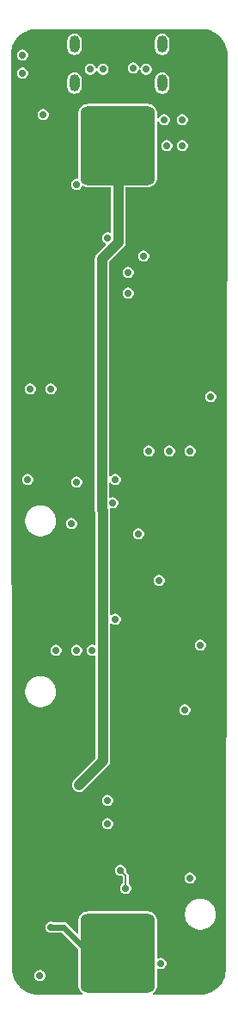
<source format=gbr>
%TF.GenerationSoftware,KiCad,Pcbnew,9.0.3*%
%TF.CreationDate,2025-09-26T00:40:55-04:00*%
%TF.ProjectId,Photon,50686f74-6f6e-42e6-9b69-6361645f7063,1.3*%
%TF.SameCoordinates,Original*%
%TF.FileFunction,Copper,L4,Bot*%
%TF.FilePolarity,Positive*%
%FSLAX46Y46*%
G04 Gerber Fmt 4.6, Leading zero omitted, Abs format (unit mm)*
G04 Created by KiCad (PCBNEW 9.0.3) date 2025-09-26 00:40:55*
%MOMM*%
%LPD*%
G01*
G04 APERTURE LIST*
G04 Aperture macros list*
%AMRoundRect*
0 Rectangle with rounded corners*
0 $1 Rounding radius*
0 $2 $3 $4 $5 $6 $7 $8 $9 X,Y pos of 4 corners*
0 Add a 4 corners polygon primitive as box body*
4,1,4,$2,$3,$4,$5,$6,$7,$8,$9,$2,$3,0*
0 Add four circle primitives for the rounded corners*
1,1,$1+$1,$2,$3*
1,1,$1+$1,$4,$5*
1,1,$1+$1,$6,$7*
1,1,$1+$1,$8,$9*
0 Add four rect primitives between the rounded corners*
20,1,$1+$1,$2,$3,$4,$5,0*
20,1,$1+$1,$4,$5,$6,$7,0*
20,1,$1+$1,$6,$7,$8,$9,0*
20,1,$1+$1,$8,$9,$2,$3,0*%
G04 Aperture macros list end*
%TA.AperFunction,HeatsinkPad*%
%ADD10O,1.000000X1.700000*%
%TD*%
%TA.AperFunction,SMDPad,CuDef*%
%ADD11RoundRect,0.735000X-2.940000X3.150000X-2.940000X-3.150000X2.940000X-3.150000X2.940000X3.150000X0*%
%TD*%
%TA.AperFunction,ViaPad*%
%ADD12C,0.700000*%
%TD*%
%TA.AperFunction,Conductor*%
%ADD13C,0.200000*%
%TD*%
%TA.AperFunction,Conductor*%
%ADD14C,0.600000*%
%TD*%
%TA.AperFunction,Conductor*%
%ADD15C,1.000000*%
%TD*%
G04 APERTURE END LIST*
D10*
%TO.P,J1,S1,SHIELD*%
%TO.N,GND*%
X57198800Y-25860000D03*
X57198800Y-22060000D03*
X48558800Y-25860000D03*
X48558800Y-22060000D03*
%TD*%
D11*
%TO.P,BT1,1,+*%
%TO.N,/Bat+*%
X52832000Y-32004000D03*
%TO.P,BT1,2,-*%
%TO.N,/BAT_SAF_OUT*%
X52832000Y-111252000D03*
%TD*%
D12*
%TO.N,GND*%
X46736000Y-81534000D03*
X55626000Y-24526000D03*
X52324000Y-67056000D03*
X61976000Y-56642000D03*
X43434000Y-23114000D03*
X59182000Y-29464000D03*
X56896000Y-74676000D03*
X57658000Y-32004000D03*
X50128800Y-24526000D03*
X43434000Y-24892000D03*
X54864000Y-70104000D03*
X59436000Y-87376000D03*
X52578000Y-64770000D03*
X55372000Y-42863000D03*
X60960000Y-81026000D03*
X57057000Y-112268000D03*
X44196000Y-55880000D03*
X50292000Y-81534000D03*
X46228000Y-55880000D03*
X59944000Y-103886000D03*
X59182000Y-32004000D03*
X43942000Y-64770000D03*
X45466000Y-28956000D03*
%TO.N,PACK+*%
X48006000Y-28702000D03*
X57658000Y-35306000D03*
X50038000Y-95504000D03*
X48768000Y-63500000D03*
%TO.N,+3V3*%
X55880000Y-61976000D03*
X48768000Y-65024000D03*
X57912000Y-61976000D03*
X53848000Y-46482000D03*
X59944000Y-61976000D03*
X48260000Y-69088000D03*
X45149000Y-113475000D03*
X51816000Y-96266000D03*
X51816000Y-98552000D03*
X52578000Y-78486000D03*
X53848000Y-44450000D03*
X48768000Y-81534000D03*
%TO.N,5V*%
X48768000Y-35814000D03*
X51358800Y-24526000D03*
X54356000Y-24384000D03*
X57404000Y-29464000D03*
X51816000Y-41085000D03*
%TO.N,/BAT_SAF_OUT*%
X46228000Y-108712000D03*
%TO.N,/VM*%
X53086000Y-103124000D03*
X53594000Y-104902000D03*
%TO.N,/Bat+*%
X49022000Y-94742000D03*
%TD*%
D13*
%TO.N,/VM*%
X53594000Y-103632000D02*
X53594000Y-104902000D01*
X53086000Y-103124000D02*
X53594000Y-103632000D01*
D14*
%TO.N,/BAT_SAF_OUT*%
X47498000Y-108712000D02*
X50038000Y-111252000D01*
X46228000Y-108712000D02*
X47498000Y-108712000D01*
X50038000Y-111252000D02*
X52832000Y-111252000D01*
D15*
%TO.N,/Bat+*%
X51343000Y-92421000D02*
X51343000Y-67852999D01*
X51343000Y-67852999D02*
X51273000Y-67782999D01*
X52867000Y-32039000D02*
X52832000Y-32004000D01*
X49022000Y-94742000D02*
X51343000Y-92421000D01*
X51273000Y-67782999D02*
X51273000Y-43114339D01*
X52867000Y-41520339D02*
X52867000Y-32039000D01*
X51273000Y-43114339D02*
X52867000Y-41520339D01*
%TD*%
%TA.AperFunction,Conductor*%
%TO.N,PACK+*%
G36*
X61093527Y-20566657D02*
G01*
X61370408Y-20582210D01*
X61381439Y-20583453D01*
X61652120Y-20629446D01*
X61662928Y-20631912D01*
X61926786Y-20707932D01*
X61937235Y-20711588D01*
X62190905Y-20816665D01*
X62200899Y-20821478D01*
X62441146Y-20954260D01*
X62441206Y-20954293D01*
X62450603Y-20960198D01*
X62674524Y-21119081D01*
X62683195Y-21125996D01*
X62887928Y-21308959D01*
X62895762Y-21316793D01*
X62950632Y-21378193D01*
X63078719Y-21521525D01*
X63085641Y-21530205D01*
X63244520Y-21754126D01*
X63250426Y-21763526D01*
X63383233Y-22003824D01*
X63388050Y-22013827D01*
X63493115Y-22267480D01*
X63496782Y-22277958D01*
X63572792Y-22541793D01*
X63575262Y-22552617D01*
X63621250Y-22823291D01*
X63622493Y-22834323D01*
X63638039Y-23111148D01*
X63638195Y-23116843D01*
X63507604Y-112703004D01*
X63507604Y-112703006D01*
X63507594Y-112709754D01*
X63507500Y-112710108D01*
X63507500Y-112773355D01*
X63507495Y-112773368D01*
X63507344Y-112778760D01*
X63491793Y-113055679D01*
X63490550Y-113066711D01*
X63444561Y-113337386D01*
X63442091Y-113348210D01*
X63366081Y-113612045D01*
X63362414Y-113622524D01*
X63257344Y-113876184D01*
X63252527Y-113886186D01*
X63119719Y-114126485D01*
X63113812Y-114135886D01*
X62954933Y-114359804D01*
X62948012Y-114368483D01*
X62765060Y-114573209D01*
X62757209Y-114581060D01*
X62552483Y-114764012D01*
X62543804Y-114770933D01*
X62319886Y-114929812D01*
X62310485Y-114935719D01*
X62070186Y-115068527D01*
X62060184Y-115073344D01*
X61806524Y-115178414D01*
X61796045Y-115182081D01*
X61532210Y-115258091D01*
X61521386Y-115260561D01*
X61250711Y-115306550D01*
X61239679Y-115307793D01*
X60962778Y-115323344D01*
X60957227Y-115323500D01*
X56400134Y-115323500D01*
X56341943Y-115304593D01*
X56305979Y-115255093D01*
X56305979Y-115193907D01*
X56337831Y-115147563D01*
X56377591Y-115115364D01*
X56437142Y-115067142D01*
X56560898Y-114914316D01*
X56650175Y-114739100D01*
X56701072Y-114549151D01*
X56707500Y-114467475D01*
X56707499Y-112872393D01*
X56726406Y-112814203D01*
X56775906Y-112778239D01*
X56837092Y-112778239D01*
X56844384Y-112780930D01*
X56844510Y-112780982D01*
X56844512Y-112780982D01*
X56844515Y-112780984D01*
X56984525Y-112818500D01*
X56984526Y-112818500D01*
X57129474Y-112818500D01*
X57129475Y-112818500D01*
X57269485Y-112780984D01*
X57269487Y-112780982D01*
X57269489Y-112780982D01*
X57395010Y-112708512D01*
X57395010Y-112708511D01*
X57395015Y-112708509D01*
X57497509Y-112606015D01*
X57569984Y-112480485D01*
X57607500Y-112340475D01*
X57607500Y-112195525D01*
X57569984Y-112055515D01*
X57569982Y-112055512D01*
X57569982Y-112055510D01*
X57497512Y-111929989D01*
X57497510Y-111929987D01*
X57497509Y-111929985D01*
X57395015Y-111827491D01*
X57395012Y-111827489D01*
X57395010Y-111827487D01*
X57269488Y-111755017D01*
X57269489Y-111755017D01*
X57239896Y-111747087D01*
X57129475Y-111717500D01*
X56984525Y-111717500D01*
X56893366Y-111741926D01*
X56844507Y-111755018D01*
X56844371Y-111755075D01*
X56844265Y-111755083D01*
X56838247Y-111756696D01*
X56837947Y-111755579D01*
X56783374Y-111759866D01*
X56731209Y-111727889D01*
X56707803Y-111671358D01*
X56707499Y-111663605D01*
X56707499Y-108036531D01*
X56701072Y-107954853D01*
X56701072Y-107954849D01*
X56650175Y-107764900D01*
X56560898Y-107589684D01*
X56560895Y-107589680D01*
X56560894Y-107589678D01*
X56437146Y-107436863D01*
X56437142Y-107436858D01*
X56437136Y-107436853D01*
X56385777Y-107395263D01*
X56295567Y-107322212D01*
X59437995Y-107322212D01*
X59437995Y-107561787D01*
X59475470Y-107798399D01*
X59549503Y-108026247D01*
X59638798Y-108201499D01*
X59658265Y-108239704D01*
X59799080Y-108433519D01*
X59968481Y-108602920D01*
X60162296Y-108743735D01*
X60375753Y-108852497D01*
X60603596Y-108926528D01*
X60603597Y-108926528D01*
X60603600Y-108926529D01*
X60840213Y-108964005D01*
X60840216Y-108964005D01*
X61079787Y-108964005D01*
X61316399Y-108926529D01*
X61316400Y-108926528D01*
X61316404Y-108926528D01*
X61544247Y-108852497D01*
X61757704Y-108743735D01*
X61951519Y-108602920D01*
X62120920Y-108433519D01*
X62261735Y-108239704D01*
X62370497Y-108026247D01*
X62444528Y-107798404D01*
X62449835Y-107764900D01*
X62482005Y-107561787D01*
X62482005Y-107322212D01*
X62444529Y-107085600D01*
X62426028Y-107028659D01*
X62370497Y-106857753D01*
X62261735Y-106644296D01*
X62120920Y-106450481D01*
X61951519Y-106281080D01*
X61757704Y-106140265D01*
X61757703Y-106140264D01*
X61757701Y-106140263D01*
X61544247Y-106031503D01*
X61316399Y-105957470D01*
X61079787Y-105919995D01*
X61079784Y-105919995D01*
X60840216Y-105919995D01*
X60840213Y-105919995D01*
X60603600Y-105957470D01*
X60375752Y-106031503D01*
X60162298Y-106140263D01*
X59968482Y-106281079D01*
X59799079Y-106450482D01*
X59658263Y-106644298D01*
X59549503Y-106857752D01*
X59475470Y-107085600D01*
X59437995Y-107322212D01*
X56295567Y-107322212D01*
X56284321Y-107313105D01*
X56284319Y-107313104D01*
X56284317Y-107313103D01*
X56284316Y-107313102D01*
X56109100Y-107223825D01*
X56109097Y-107223824D01*
X56109098Y-107223824D01*
X56026847Y-107201785D01*
X55919151Y-107172928D01*
X55919147Y-107172927D01*
X55919148Y-107172927D01*
X55871692Y-107169192D01*
X55837475Y-107166500D01*
X55837468Y-107166500D01*
X49826531Y-107166500D01*
X49744853Y-107172927D01*
X49554902Y-107223824D01*
X49379680Y-107313104D01*
X49379678Y-107313105D01*
X49226863Y-107436853D01*
X49226853Y-107436863D01*
X49103105Y-107589678D01*
X49103104Y-107589680D01*
X49013824Y-107764902D01*
X48962927Y-107954853D01*
X48956500Y-108036531D01*
X48956500Y-109223678D01*
X48937593Y-109281869D01*
X48888093Y-109317833D01*
X48826907Y-109317833D01*
X48787496Y-109293682D01*
X48346310Y-108852496D01*
X47805314Y-108311500D01*
X47805311Y-108311498D01*
X47805310Y-108311497D01*
X47805309Y-108311496D01*
X47691189Y-108245609D01*
X47691191Y-108245609D01*
X47641799Y-108232375D01*
X47563892Y-108211500D01*
X47563890Y-108211500D01*
X46488635Y-108211500D01*
X46446961Y-108200334D01*
X46446479Y-108201499D01*
X46440486Y-108199016D01*
X46370480Y-108180258D01*
X46300475Y-108161500D01*
X46155525Y-108161500D01*
X46093790Y-108178041D01*
X46015510Y-108199017D01*
X45889989Y-108271487D01*
X45787487Y-108373989D01*
X45715017Y-108499510D01*
X45677500Y-108639525D01*
X45677500Y-108784474D01*
X45715017Y-108924489D01*
X45787487Y-109050010D01*
X45787489Y-109050012D01*
X45787491Y-109050015D01*
X45889985Y-109152509D01*
X45889987Y-109152510D01*
X45889989Y-109152512D01*
X46015511Y-109224982D01*
X46015512Y-109224982D01*
X46015515Y-109224984D01*
X46155525Y-109262500D01*
X46155526Y-109262500D01*
X46300474Y-109262500D01*
X46300475Y-109262500D01*
X46440485Y-109224984D01*
X46440488Y-109224981D01*
X46446479Y-109222501D01*
X46446961Y-109223665D01*
X46488635Y-109212500D01*
X47249678Y-109212500D01*
X47307869Y-109231407D01*
X47319682Y-109241496D01*
X48927504Y-110849318D01*
X48955281Y-110903835D01*
X48956500Y-110919322D01*
X48956500Y-114467468D01*
X48962927Y-114549146D01*
X48962927Y-114549149D01*
X48962928Y-114549151D01*
X49013825Y-114739100D01*
X49103102Y-114914316D01*
X49103104Y-114914319D01*
X49103105Y-114914321D01*
X49226853Y-115067136D01*
X49226858Y-115067142D01*
X49226863Y-115067146D01*
X49326169Y-115147563D01*
X49359493Y-115198877D01*
X49356290Y-115259979D01*
X49317785Y-115307529D01*
X49263866Y-115323500D01*
X44960773Y-115323500D01*
X44955222Y-115323344D01*
X44678320Y-115307793D01*
X44667288Y-115306550D01*
X44396613Y-115260561D01*
X44385789Y-115258091D01*
X44121954Y-115182081D01*
X44111475Y-115178414D01*
X43857815Y-115073344D01*
X43847813Y-115068527D01*
X43607514Y-114935719D01*
X43598113Y-114929812D01*
X43374195Y-114770933D01*
X43365516Y-114764012D01*
X43270270Y-114678896D01*
X43160782Y-114581052D01*
X43152947Y-114573217D01*
X43042381Y-114449493D01*
X42969987Y-114368483D01*
X42963066Y-114359804D01*
X42804187Y-114135886D01*
X42798280Y-114126485D01*
X42665472Y-113886186D01*
X42660655Y-113876184D01*
X42555585Y-113622524D01*
X42551918Y-113612045D01*
X42491556Y-113402525D01*
X44598500Y-113402525D01*
X44598500Y-113547474D01*
X44636017Y-113687489D01*
X44708487Y-113813010D01*
X44708489Y-113813012D01*
X44708491Y-113813015D01*
X44810985Y-113915509D01*
X44810987Y-113915510D01*
X44810989Y-113915512D01*
X44936511Y-113987982D01*
X44936512Y-113987982D01*
X44936515Y-113987984D01*
X45076525Y-114025500D01*
X45076526Y-114025500D01*
X45221474Y-114025500D01*
X45221475Y-114025500D01*
X45361485Y-113987984D01*
X45361487Y-113987982D01*
X45361489Y-113987982D01*
X45487010Y-113915512D01*
X45487010Y-113915511D01*
X45487015Y-113915509D01*
X45589509Y-113813015D01*
X45661984Y-113687485D01*
X45699500Y-113547475D01*
X45699500Y-113402525D01*
X45661984Y-113262515D01*
X45661982Y-113262512D01*
X45661982Y-113262510D01*
X45589512Y-113136989D01*
X45589510Y-113136987D01*
X45589509Y-113136985D01*
X45487015Y-113034491D01*
X45487012Y-113034489D01*
X45487010Y-113034487D01*
X45361488Y-112962017D01*
X45361489Y-112962017D01*
X45331896Y-112954087D01*
X45221475Y-112924500D01*
X45076525Y-112924500D01*
X45014790Y-112941041D01*
X44936510Y-112962017D01*
X44810989Y-113034487D01*
X44708487Y-113136989D01*
X44636017Y-113262510D01*
X44598500Y-113402525D01*
X42491556Y-113402525D01*
X42475905Y-113348199D01*
X42473441Y-113337401D01*
X42427448Y-113066706D01*
X42426206Y-113055679D01*
X42410656Y-112778778D01*
X42410500Y-112773376D01*
X42410500Y-112773355D01*
X42410500Y-112710108D01*
X42410404Y-112709751D01*
X42396321Y-103051525D01*
X52535500Y-103051525D01*
X52535500Y-103196474D01*
X52573017Y-103336489D01*
X52645487Y-103462010D01*
X52645489Y-103462012D01*
X52645491Y-103462015D01*
X52747985Y-103564509D01*
X52747987Y-103564510D01*
X52747989Y-103564512D01*
X52873511Y-103636982D01*
X52873512Y-103636982D01*
X52873515Y-103636984D01*
X53013525Y-103674500D01*
X53013526Y-103674500D01*
X53164964Y-103674500D01*
X53164964Y-103676187D01*
X53171119Y-103677327D01*
X53185361Y-103675072D01*
X53200451Y-103682760D01*
X53217103Y-103685845D01*
X53239878Y-103702849D01*
X53264504Y-103727475D01*
X53292281Y-103781992D01*
X53293500Y-103797479D01*
X53293500Y-104383882D01*
X53274593Y-104442073D01*
X53260357Y-104456686D01*
X53260573Y-104456902D01*
X53153491Y-104563984D01*
X53153487Y-104563989D01*
X53081017Y-104689510D01*
X53043500Y-104829525D01*
X53043500Y-104974474D01*
X53081017Y-105114489D01*
X53153487Y-105240010D01*
X53153489Y-105240012D01*
X53153491Y-105240015D01*
X53255985Y-105342509D01*
X53255987Y-105342510D01*
X53255989Y-105342512D01*
X53381511Y-105414982D01*
X53381512Y-105414982D01*
X53381515Y-105414984D01*
X53521525Y-105452500D01*
X53521526Y-105452500D01*
X53666474Y-105452500D01*
X53666475Y-105452500D01*
X53806485Y-105414984D01*
X53806487Y-105414982D01*
X53806489Y-105414982D01*
X53932010Y-105342512D01*
X53932010Y-105342511D01*
X53932015Y-105342509D01*
X54034509Y-105240015D01*
X54106984Y-105114485D01*
X54144500Y-104974475D01*
X54144500Y-104829525D01*
X54106984Y-104689515D01*
X54106982Y-104689512D01*
X54106982Y-104689510D01*
X54034512Y-104563989D01*
X54034508Y-104563984D01*
X53927427Y-104456902D01*
X53928617Y-104455711D01*
X53898574Y-104411990D01*
X53894500Y-104383882D01*
X53894500Y-103813525D01*
X59393500Y-103813525D01*
X59393500Y-103958474D01*
X59431017Y-104098489D01*
X59503487Y-104224010D01*
X59503489Y-104224012D01*
X59503491Y-104224015D01*
X59605985Y-104326509D01*
X59605987Y-104326510D01*
X59605989Y-104326512D01*
X59731511Y-104398982D01*
X59731512Y-104398982D01*
X59731515Y-104398984D01*
X59871525Y-104436500D01*
X59871526Y-104436500D01*
X60016474Y-104436500D01*
X60016475Y-104436500D01*
X60156485Y-104398984D01*
X60156487Y-104398982D01*
X60156489Y-104398982D01*
X60282010Y-104326512D01*
X60282010Y-104326511D01*
X60282015Y-104326509D01*
X60384509Y-104224015D01*
X60456984Y-104098485D01*
X60494500Y-103958475D01*
X60494500Y-103813525D01*
X60456984Y-103673515D01*
X60456982Y-103673512D01*
X60456982Y-103673510D01*
X60384512Y-103547989D01*
X60384510Y-103547987D01*
X60384509Y-103547985D01*
X60282015Y-103445491D01*
X60282012Y-103445489D01*
X60282010Y-103445487D01*
X60156488Y-103373017D01*
X60156489Y-103373017D01*
X60126896Y-103365087D01*
X60016475Y-103335500D01*
X59871525Y-103335500D01*
X59809790Y-103352041D01*
X59731510Y-103373017D01*
X59605989Y-103445487D01*
X59503487Y-103547989D01*
X59431017Y-103673510D01*
X59393500Y-103813525D01*
X53894500Y-103813525D01*
X53894500Y-103592437D01*
X53894499Y-103592435D01*
X53874021Y-103516011D01*
X53874019Y-103516007D01*
X53834460Y-103447489D01*
X53778511Y-103391539D01*
X53778511Y-103391540D01*
X53664849Y-103277878D01*
X53637072Y-103223361D01*
X53636806Y-103202964D01*
X53636500Y-103202964D01*
X53636500Y-103051525D01*
X53634800Y-103045180D01*
X53598984Y-102911515D01*
X53598982Y-102911512D01*
X53598982Y-102911510D01*
X53526512Y-102785989D01*
X53526510Y-102785987D01*
X53526509Y-102785985D01*
X53424015Y-102683491D01*
X53424012Y-102683489D01*
X53424010Y-102683487D01*
X53298488Y-102611017D01*
X53298489Y-102611017D01*
X53268896Y-102603087D01*
X53158475Y-102573500D01*
X53013525Y-102573500D01*
X52951790Y-102590041D01*
X52873510Y-102611017D01*
X52747989Y-102683487D01*
X52645487Y-102785989D01*
X52573017Y-102911510D01*
X52535500Y-103051525D01*
X42396321Y-103051525D01*
X42389654Y-98479525D01*
X51265500Y-98479525D01*
X51265500Y-98624474D01*
X51303017Y-98764489D01*
X51375487Y-98890010D01*
X51375489Y-98890012D01*
X51375491Y-98890015D01*
X51477985Y-98992509D01*
X51477987Y-98992510D01*
X51477989Y-98992512D01*
X51603511Y-99064982D01*
X51603512Y-99064982D01*
X51603515Y-99064984D01*
X51743525Y-99102500D01*
X51743526Y-99102500D01*
X51888474Y-99102500D01*
X51888475Y-99102500D01*
X52028485Y-99064984D01*
X52028487Y-99064982D01*
X52028489Y-99064982D01*
X52154010Y-98992512D01*
X52154010Y-98992511D01*
X52154015Y-98992509D01*
X52256509Y-98890015D01*
X52328984Y-98764485D01*
X52366500Y-98624475D01*
X52366500Y-98479525D01*
X52328984Y-98339515D01*
X52328982Y-98339512D01*
X52328982Y-98339510D01*
X52256512Y-98213989D01*
X52256510Y-98213987D01*
X52256509Y-98213985D01*
X52154015Y-98111491D01*
X52154012Y-98111489D01*
X52154010Y-98111487D01*
X52028488Y-98039017D01*
X52028489Y-98039017D01*
X51998896Y-98031087D01*
X51888475Y-98001500D01*
X51743525Y-98001500D01*
X51681790Y-98018041D01*
X51603510Y-98039017D01*
X51477989Y-98111487D01*
X51375487Y-98213989D01*
X51303017Y-98339510D01*
X51265500Y-98479525D01*
X42389654Y-98479525D01*
X42386321Y-96193525D01*
X51265500Y-96193525D01*
X51265500Y-96338474D01*
X51303017Y-96478489D01*
X51375487Y-96604010D01*
X51375489Y-96604012D01*
X51375491Y-96604015D01*
X51477985Y-96706509D01*
X51477987Y-96706510D01*
X51477989Y-96706512D01*
X51603511Y-96778982D01*
X51603512Y-96778982D01*
X51603515Y-96778984D01*
X51743525Y-96816500D01*
X51743526Y-96816500D01*
X51888474Y-96816500D01*
X51888475Y-96816500D01*
X52028485Y-96778984D01*
X52028487Y-96778982D01*
X52028489Y-96778982D01*
X52154010Y-96706512D01*
X52154010Y-96706511D01*
X52154015Y-96706509D01*
X52256509Y-96604015D01*
X52328984Y-96478485D01*
X52366500Y-96338475D01*
X52366500Y-96193525D01*
X52328984Y-96053515D01*
X52328982Y-96053512D01*
X52328982Y-96053510D01*
X52256512Y-95927989D01*
X52256510Y-95927987D01*
X52256509Y-95927985D01*
X52154015Y-95825491D01*
X52154012Y-95825489D01*
X52154010Y-95825487D01*
X52028488Y-95753017D01*
X52028489Y-95753017D01*
X51998896Y-95745087D01*
X51888475Y-95715500D01*
X51743525Y-95715500D01*
X51681790Y-95732041D01*
X51603510Y-95753017D01*
X51477989Y-95825487D01*
X51375487Y-95927989D01*
X51303017Y-96053510D01*
X51265500Y-96193525D01*
X42386321Y-96193525D01*
X42370697Y-85478645D01*
X43695500Y-85478645D01*
X43695500Y-85717354D01*
X43732840Y-85953110D01*
X43732842Y-85953115D01*
X43806605Y-86180134D01*
X43914973Y-86392819D01*
X44055279Y-86585933D01*
X44224067Y-86754721D01*
X44417181Y-86895027D01*
X44629866Y-87003395D01*
X44856885Y-87077158D01*
X44856886Y-87077158D01*
X44856889Y-87077159D01*
X45092646Y-87114500D01*
X45092649Y-87114500D01*
X45331354Y-87114500D01*
X45567110Y-87077159D01*
X45567111Y-87077158D01*
X45567115Y-87077158D01*
X45794134Y-87003395D01*
X46006819Y-86895027D01*
X46199933Y-86754721D01*
X46368721Y-86585933D01*
X46509027Y-86392819D01*
X46617395Y-86180134D01*
X46691158Y-85953115D01*
X46697699Y-85911817D01*
X46728500Y-85717354D01*
X46728500Y-85478645D01*
X46691159Y-85242889D01*
X46673658Y-85189026D01*
X46617395Y-85015866D01*
X46509027Y-84803181D01*
X46368721Y-84610067D01*
X46199933Y-84441279D01*
X46006819Y-84300973D01*
X46006818Y-84300972D01*
X46006816Y-84300971D01*
X45794134Y-84192605D01*
X45567110Y-84118840D01*
X45331354Y-84081500D01*
X45331351Y-84081500D01*
X45092649Y-84081500D01*
X45092646Y-84081500D01*
X44856889Y-84118840D01*
X44629865Y-84192605D01*
X44417183Y-84300971D01*
X44224068Y-84441278D01*
X44055278Y-84610068D01*
X43914971Y-84803183D01*
X43806605Y-85015865D01*
X43732840Y-85242889D01*
X43695500Y-85478645D01*
X42370697Y-85478645D01*
X42364840Y-81461525D01*
X46185500Y-81461525D01*
X46185500Y-81606474D01*
X46223017Y-81746489D01*
X46295487Y-81872010D01*
X46295489Y-81872012D01*
X46295491Y-81872015D01*
X46397985Y-81974509D01*
X46397987Y-81974510D01*
X46397989Y-81974512D01*
X46523511Y-82046982D01*
X46523512Y-82046982D01*
X46523515Y-82046984D01*
X46663525Y-82084500D01*
X46663526Y-82084500D01*
X46808474Y-82084500D01*
X46808475Y-82084500D01*
X46948485Y-82046984D01*
X46948487Y-82046982D01*
X46948489Y-82046982D01*
X47074010Y-81974512D01*
X47074010Y-81974511D01*
X47074015Y-81974509D01*
X47176509Y-81872015D01*
X47248984Y-81746485D01*
X47286500Y-81606475D01*
X47286500Y-81461525D01*
X48217500Y-81461525D01*
X48217500Y-81606474D01*
X48255017Y-81746489D01*
X48327487Y-81872010D01*
X48327489Y-81872012D01*
X48327491Y-81872015D01*
X48429985Y-81974509D01*
X48429987Y-81974510D01*
X48429989Y-81974512D01*
X48555511Y-82046982D01*
X48555512Y-82046982D01*
X48555515Y-82046984D01*
X48695525Y-82084500D01*
X48695526Y-82084500D01*
X48840474Y-82084500D01*
X48840475Y-82084500D01*
X48980485Y-82046984D01*
X48980487Y-82046982D01*
X48980489Y-82046982D01*
X49106010Y-81974512D01*
X49106010Y-81974511D01*
X49106015Y-81974509D01*
X49208509Y-81872015D01*
X49280984Y-81746485D01*
X49318500Y-81606475D01*
X49318500Y-81461525D01*
X49280984Y-81321515D01*
X49280982Y-81321512D01*
X49280982Y-81321510D01*
X49208512Y-81195989D01*
X49208510Y-81195987D01*
X49208509Y-81195985D01*
X49106015Y-81093491D01*
X49106012Y-81093489D01*
X49106010Y-81093487D01*
X48980488Y-81021017D01*
X48980489Y-81021017D01*
X48950896Y-81013087D01*
X48840475Y-80983500D01*
X48695525Y-80983500D01*
X48633790Y-81000041D01*
X48555510Y-81021017D01*
X48429989Y-81093487D01*
X48327487Y-81195989D01*
X48255017Y-81321510D01*
X48217500Y-81461525D01*
X47286500Y-81461525D01*
X47248984Y-81321515D01*
X47248982Y-81321512D01*
X47248982Y-81321510D01*
X47176512Y-81195989D01*
X47176510Y-81195987D01*
X47176509Y-81195985D01*
X47074015Y-81093491D01*
X47074012Y-81093489D01*
X47074010Y-81093487D01*
X46948488Y-81021017D01*
X46948489Y-81021017D01*
X46918896Y-81013087D01*
X46808475Y-80983500D01*
X46663525Y-80983500D01*
X46601790Y-81000041D01*
X46523510Y-81021017D01*
X46397989Y-81093487D01*
X46295487Y-81195989D01*
X46223017Y-81321510D01*
X46185500Y-81461525D01*
X42364840Y-81461525D01*
X42346253Y-68714645D01*
X43695500Y-68714645D01*
X43695500Y-68953354D01*
X43732840Y-69189110D01*
X43806605Y-69416134D01*
X43863862Y-69528509D01*
X43914973Y-69628819D01*
X44055279Y-69821933D01*
X44224067Y-69990721D01*
X44417181Y-70131027D01*
X44629866Y-70239395D01*
X44856885Y-70313158D01*
X44856886Y-70313158D01*
X44856889Y-70313159D01*
X45092646Y-70350500D01*
X45092649Y-70350500D01*
X45331354Y-70350500D01*
X45567110Y-70313159D01*
X45567111Y-70313158D01*
X45567115Y-70313158D01*
X45794134Y-70239395D01*
X46006819Y-70131027D01*
X46199933Y-69990721D01*
X46368721Y-69821933D01*
X46509027Y-69628819D01*
X46617395Y-69416134D01*
X46691158Y-69189115D01*
X46691159Y-69189110D01*
X46718653Y-69015525D01*
X47709500Y-69015525D01*
X47709500Y-69160474D01*
X47747017Y-69300489D01*
X47819487Y-69426010D01*
X47819489Y-69426012D01*
X47819491Y-69426015D01*
X47921985Y-69528509D01*
X47921987Y-69528510D01*
X47921989Y-69528512D01*
X48047511Y-69600982D01*
X48047512Y-69600982D01*
X48047515Y-69600984D01*
X48187525Y-69638500D01*
X48187526Y-69638500D01*
X48332474Y-69638500D01*
X48332475Y-69638500D01*
X48472485Y-69600984D01*
X48472487Y-69600982D01*
X48472489Y-69600982D01*
X48598010Y-69528512D01*
X48598010Y-69528511D01*
X48598015Y-69528509D01*
X48700509Y-69426015D01*
X48747231Y-69345090D01*
X48772982Y-69300489D01*
X48772982Y-69300487D01*
X48772984Y-69300485D01*
X48810500Y-69160475D01*
X48810500Y-69015525D01*
X48772984Y-68875515D01*
X48772982Y-68875512D01*
X48772982Y-68875510D01*
X48700512Y-68749989D01*
X48700510Y-68749987D01*
X48700509Y-68749985D01*
X48598015Y-68647491D01*
X48598012Y-68647489D01*
X48598010Y-68647487D01*
X48472488Y-68575017D01*
X48472489Y-68575017D01*
X48442896Y-68567087D01*
X48332475Y-68537500D01*
X48187525Y-68537500D01*
X48125790Y-68554041D01*
X48047510Y-68575017D01*
X47921989Y-68647487D01*
X47819487Y-68749989D01*
X47747017Y-68875510D01*
X47709500Y-69015525D01*
X46718653Y-69015525D01*
X46722134Y-68993549D01*
X46722134Y-68993548D01*
X46728500Y-68953355D01*
X46728500Y-68714645D01*
X46691159Y-68478889D01*
X46673658Y-68425026D01*
X46617395Y-68251866D01*
X46509027Y-68039181D01*
X46368721Y-67846067D01*
X46199933Y-67677279D01*
X46006819Y-67536973D01*
X46006818Y-67536972D01*
X46006816Y-67536971D01*
X45794134Y-67428605D01*
X45567110Y-67354840D01*
X45331354Y-67317500D01*
X45331351Y-67317500D01*
X45092649Y-67317500D01*
X45092646Y-67317500D01*
X44856889Y-67354840D01*
X44629865Y-67428605D01*
X44417183Y-67536971D01*
X44224068Y-67677278D01*
X44055278Y-67846068D01*
X43914971Y-68039183D01*
X43806605Y-68251865D01*
X43732840Y-68478889D01*
X43695500Y-68714645D01*
X42346253Y-68714645D01*
X42340396Y-64697525D01*
X43391500Y-64697525D01*
X43391500Y-64842475D01*
X43420720Y-64951525D01*
X43429017Y-64982489D01*
X43501487Y-65108010D01*
X43501489Y-65108012D01*
X43501491Y-65108015D01*
X43603985Y-65210509D01*
X43603987Y-65210510D01*
X43603989Y-65210512D01*
X43729511Y-65282982D01*
X43729512Y-65282982D01*
X43729515Y-65282984D01*
X43869525Y-65320500D01*
X43869526Y-65320500D01*
X44014474Y-65320500D01*
X44014475Y-65320500D01*
X44154485Y-65282984D01*
X44154487Y-65282982D01*
X44154489Y-65282982D01*
X44280010Y-65210512D01*
X44280010Y-65210511D01*
X44280015Y-65210509D01*
X44382509Y-65108015D01*
X44454984Y-64982485D01*
X44463280Y-64951525D01*
X48217500Y-64951525D01*
X48217500Y-65096475D01*
X48240693Y-65183031D01*
X48255017Y-65236489D01*
X48327487Y-65362010D01*
X48327489Y-65362012D01*
X48327491Y-65362015D01*
X48429985Y-65464509D01*
X48429987Y-65464510D01*
X48429989Y-65464512D01*
X48555511Y-65536982D01*
X48555512Y-65536982D01*
X48555515Y-65536984D01*
X48695525Y-65574500D01*
X48695526Y-65574500D01*
X48840474Y-65574500D01*
X48840475Y-65574500D01*
X48980485Y-65536984D01*
X48980487Y-65536982D01*
X48980489Y-65536982D01*
X49106010Y-65464512D01*
X49106010Y-65464511D01*
X49106015Y-65464509D01*
X49208509Y-65362015D01*
X49280984Y-65236485D01*
X49318500Y-65096475D01*
X49318500Y-64951525D01*
X49280984Y-64811515D01*
X49280982Y-64811512D01*
X49280982Y-64811510D01*
X49208512Y-64685989D01*
X49208510Y-64685987D01*
X49208509Y-64685985D01*
X49106015Y-64583491D01*
X49106012Y-64583489D01*
X49106010Y-64583487D01*
X48980488Y-64511017D01*
X48980489Y-64511017D01*
X48950896Y-64503087D01*
X48840475Y-64473500D01*
X48695525Y-64473500D01*
X48633790Y-64490041D01*
X48555510Y-64511017D01*
X48429989Y-64583487D01*
X48327487Y-64685989D01*
X48255017Y-64811510D01*
X48255016Y-64811515D01*
X48217500Y-64951525D01*
X44463280Y-64951525D01*
X44492500Y-64842475D01*
X44492500Y-64697525D01*
X44454984Y-64557515D01*
X44454982Y-64557512D01*
X44454982Y-64557510D01*
X44382512Y-64431989D01*
X44382510Y-64431987D01*
X44382509Y-64431985D01*
X44280015Y-64329491D01*
X44280012Y-64329489D01*
X44280010Y-64329487D01*
X44154488Y-64257017D01*
X44154489Y-64257017D01*
X44124896Y-64249087D01*
X44014475Y-64219500D01*
X43869525Y-64219500D01*
X43807790Y-64236041D01*
X43729510Y-64257017D01*
X43603989Y-64329487D01*
X43501487Y-64431989D01*
X43429017Y-64557510D01*
X43394592Y-64685985D01*
X43391500Y-64697525D01*
X42340396Y-64697525D01*
X42327433Y-55807525D01*
X43645500Y-55807525D01*
X43645500Y-55952474D01*
X43683017Y-56092489D01*
X43755487Y-56218010D01*
X43755489Y-56218012D01*
X43755491Y-56218015D01*
X43857985Y-56320509D01*
X43857987Y-56320510D01*
X43857989Y-56320512D01*
X43983511Y-56392982D01*
X43983512Y-56392982D01*
X43983515Y-56392984D01*
X44123525Y-56430500D01*
X44123526Y-56430500D01*
X44268474Y-56430500D01*
X44268475Y-56430500D01*
X44408485Y-56392984D01*
X44408487Y-56392982D01*
X44408489Y-56392982D01*
X44534010Y-56320512D01*
X44534010Y-56320511D01*
X44534015Y-56320509D01*
X44636509Y-56218015D01*
X44646049Y-56201491D01*
X44708982Y-56092489D01*
X44708982Y-56092487D01*
X44708984Y-56092485D01*
X44746500Y-55952475D01*
X44746500Y-55807525D01*
X45677500Y-55807525D01*
X45677500Y-55952474D01*
X45715017Y-56092489D01*
X45787487Y-56218010D01*
X45787489Y-56218012D01*
X45787491Y-56218015D01*
X45889985Y-56320509D01*
X45889987Y-56320510D01*
X45889989Y-56320512D01*
X46015511Y-56392982D01*
X46015512Y-56392982D01*
X46015515Y-56392984D01*
X46155525Y-56430500D01*
X46155526Y-56430500D01*
X46300474Y-56430500D01*
X46300475Y-56430500D01*
X46440485Y-56392984D01*
X46440487Y-56392982D01*
X46440489Y-56392982D01*
X46566010Y-56320512D01*
X46566010Y-56320511D01*
X46566015Y-56320509D01*
X46668509Y-56218015D01*
X46678049Y-56201491D01*
X46740982Y-56092489D01*
X46740982Y-56092487D01*
X46740984Y-56092485D01*
X46778500Y-55952475D01*
X46778500Y-55807525D01*
X46740984Y-55667515D01*
X46740982Y-55667512D01*
X46740982Y-55667510D01*
X46668512Y-55541989D01*
X46668510Y-55541987D01*
X46668509Y-55541985D01*
X46566015Y-55439491D01*
X46566012Y-55439489D01*
X46566010Y-55439487D01*
X46440488Y-55367017D01*
X46440489Y-55367017D01*
X46410896Y-55359087D01*
X46300475Y-55329500D01*
X46155525Y-55329500D01*
X46093790Y-55346041D01*
X46015510Y-55367017D01*
X45889989Y-55439487D01*
X45787487Y-55541989D01*
X45715017Y-55667510D01*
X45677500Y-55807525D01*
X44746500Y-55807525D01*
X44708984Y-55667515D01*
X44708982Y-55667512D01*
X44708982Y-55667510D01*
X44636512Y-55541989D01*
X44636510Y-55541987D01*
X44636509Y-55541985D01*
X44534015Y-55439491D01*
X44534012Y-55439489D01*
X44534010Y-55439487D01*
X44408488Y-55367017D01*
X44408489Y-55367017D01*
X44378896Y-55359087D01*
X44268475Y-55329500D01*
X44123525Y-55329500D01*
X44061790Y-55346041D01*
X43983510Y-55367017D01*
X43857989Y-55439487D01*
X43755487Y-55541989D01*
X43683017Y-55667510D01*
X43645500Y-55807525D01*
X42327433Y-55807525D01*
X42298174Y-35741525D01*
X48217500Y-35741525D01*
X48217500Y-35886475D01*
X48238324Y-35964191D01*
X48255017Y-36026489D01*
X48327487Y-36152010D01*
X48327489Y-36152012D01*
X48327491Y-36152015D01*
X48429985Y-36254509D01*
X48429987Y-36254510D01*
X48429989Y-36254512D01*
X48555511Y-36326982D01*
X48555512Y-36326982D01*
X48555515Y-36326984D01*
X48695525Y-36364500D01*
X48695526Y-36364500D01*
X48840474Y-36364500D01*
X48840475Y-36364500D01*
X48980485Y-36326984D01*
X48980487Y-36326982D01*
X48980489Y-36326982D01*
X49106010Y-36254512D01*
X49106010Y-36254511D01*
X49106015Y-36254509D01*
X49208509Y-36152015D01*
X49280984Y-36026485D01*
X49280985Y-36026479D01*
X49283466Y-36020493D01*
X49284666Y-36020990D01*
X49314216Y-35975473D01*
X49371334Y-35953537D01*
X49421472Y-35964190D01*
X49554900Y-36032175D01*
X49744849Y-36083072D01*
X49826525Y-36089500D01*
X52067500Y-36089499D01*
X52125691Y-36108406D01*
X52161655Y-36157906D01*
X52166500Y-36188499D01*
X52166500Y-40481019D01*
X52147593Y-40539210D01*
X52098093Y-40575174D01*
X52036907Y-40575174D01*
X52029624Y-40572487D01*
X52028492Y-40572018D01*
X52028485Y-40572016D01*
X51888475Y-40534500D01*
X51743525Y-40534500D01*
X51681790Y-40551041D01*
X51603510Y-40572017D01*
X51477989Y-40644487D01*
X51375487Y-40746989D01*
X51303017Y-40872510D01*
X51265500Y-41012525D01*
X51265500Y-41157474D01*
X51303017Y-41297489D01*
X51375487Y-41423010D01*
X51375489Y-41423012D01*
X51375491Y-41423015D01*
X51477985Y-41525509D01*
X51477987Y-41525510D01*
X51477989Y-41525512D01*
X51603515Y-41597985D01*
X51604645Y-41598453D01*
X51605310Y-41599021D01*
X51609134Y-41601229D01*
X51608724Y-41601937D01*
X51651170Y-41638190D01*
X51665453Y-41697685D01*
X51642037Y-41754213D01*
X51636762Y-41759920D01*
X50728883Y-42667799D01*
X50652223Y-42782530D01*
X50599420Y-42910009D01*
X50599420Y-42910011D01*
X50578022Y-43017587D01*
X50572500Y-43045345D01*
X50572500Y-67851995D01*
X50599419Y-67987325D01*
X50634964Y-68073137D01*
X50642500Y-68111023D01*
X50642500Y-80930019D01*
X50623593Y-80988210D01*
X50574093Y-81024174D01*
X50512907Y-81024174D01*
X50505624Y-81021487D01*
X50504492Y-81021018D01*
X50504485Y-81021016D01*
X50364475Y-80983500D01*
X50219525Y-80983500D01*
X50157790Y-81000041D01*
X50079510Y-81021017D01*
X49953989Y-81093487D01*
X49851487Y-81195989D01*
X49779017Y-81321510D01*
X49741500Y-81461525D01*
X49741500Y-81606474D01*
X49779017Y-81746489D01*
X49851487Y-81872010D01*
X49851489Y-81872012D01*
X49851491Y-81872015D01*
X49953985Y-81974509D01*
X49953987Y-81974510D01*
X49953989Y-81974512D01*
X50079511Y-82046982D01*
X50079512Y-82046982D01*
X50079515Y-82046984D01*
X50219525Y-82084500D01*
X50219526Y-82084500D01*
X50364474Y-82084500D01*
X50364475Y-82084500D01*
X50504485Y-82046984D01*
X50504487Y-82046982D01*
X50504489Y-82046982D01*
X50505613Y-82046517D01*
X50506481Y-82046448D01*
X50510753Y-82045304D01*
X50510965Y-82046095D01*
X50566609Y-82041715D01*
X50618779Y-82073683D01*
X50642195Y-82130211D01*
X50642500Y-82137980D01*
X50642500Y-92089835D01*
X50623593Y-92148026D01*
X50613504Y-92159839D01*
X48477883Y-94295460D01*
X48401223Y-94410191D01*
X48348420Y-94537670D01*
X48348420Y-94537672D01*
X48321500Y-94673003D01*
X48321500Y-94810996D01*
X48348420Y-94946327D01*
X48348420Y-94946329D01*
X48401223Y-95073808D01*
X48401224Y-95073810D01*
X48401225Y-95073811D01*
X48477886Y-95188543D01*
X48575457Y-95286114D01*
X48690189Y-95362775D01*
X48817672Y-95415580D01*
X48953006Y-95442500D01*
X48953007Y-95442500D01*
X49090993Y-95442500D01*
X49090994Y-95442500D01*
X49226328Y-95415580D01*
X49353811Y-95362775D01*
X49468543Y-95286114D01*
X51887114Y-92867543D01*
X51963775Y-92752811D01*
X52016580Y-92625328D01*
X52043500Y-92489994D01*
X52043500Y-92352006D01*
X52043500Y-87303525D01*
X58885500Y-87303525D01*
X58885500Y-87448474D01*
X58923017Y-87588489D01*
X58995487Y-87714010D01*
X58995489Y-87714012D01*
X58995491Y-87714015D01*
X59097985Y-87816509D01*
X59097987Y-87816510D01*
X59097989Y-87816512D01*
X59223511Y-87888982D01*
X59223512Y-87888982D01*
X59223515Y-87888984D01*
X59363525Y-87926500D01*
X59363526Y-87926500D01*
X59508474Y-87926500D01*
X59508475Y-87926500D01*
X59648485Y-87888984D01*
X59648487Y-87888982D01*
X59648489Y-87888982D01*
X59774010Y-87816512D01*
X59774010Y-87816511D01*
X59774015Y-87816509D01*
X59876509Y-87714015D01*
X59948984Y-87588485D01*
X59986500Y-87448475D01*
X59986500Y-87303525D01*
X59948984Y-87163515D01*
X59948982Y-87163512D01*
X59948982Y-87163510D01*
X59876512Y-87037989D01*
X59876510Y-87037987D01*
X59876509Y-87037985D01*
X59774015Y-86935491D01*
X59774012Y-86935489D01*
X59774010Y-86935487D01*
X59648488Y-86863017D01*
X59648489Y-86863017D01*
X59618896Y-86855087D01*
X59508475Y-86825500D01*
X59363525Y-86825500D01*
X59301790Y-86842041D01*
X59223510Y-86863017D01*
X59097989Y-86935487D01*
X58995487Y-87037989D01*
X58923017Y-87163510D01*
X58885500Y-87303525D01*
X52043500Y-87303525D01*
X52043500Y-80953525D01*
X60409500Y-80953525D01*
X60409500Y-81098474D01*
X60447017Y-81238489D01*
X60519487Y-81364010D01*
X60519489Y-81364012D01*
X60519491Y-81364015D01*
X60621985Y-81466509D01*
X60621987Y-81466510D01*
X60621989Y-81466512D01*
X60747511Y-81538982D01*
X60747512Y-81538982D01*
X60747515Y-81538984D01*
X60887525Y-81576500D01*
X60887526Y-81576500D01*
X61032474Y-81576500D01*
X61032475Y-81576500D01*
X61172485Y-81538984D01*
X61172487Y-81538982D01*
X61172489Y-81538982D01*
X61298010Y-81466512D01*
X61298010Y-81466511D01*
X61298015Y-81466509D01*
X61400509Y-81364015D01*
X61400512Y-81364010D01*
X61472982Y-81238489D01*
X61472982Y-81238487D01*
X61472984Y-81238485D01*
X61510500Y-81098475D01*
X61510500Y-80953525D01*
X61472984Y-80813515D01*
X61472982Y-80813512D01*
X61472982Y-80813510D01*
X61400512Y-80687989D01*
X61400510Y-80687987D01*
X61400509Y-80687985D01*
X61298015Y-80585491D01*
X61298012Y-80585489D01*
X61298010Y-80585487D01*
X61172488Y-80513017D01*
X61172489Y-80513017D01*
X61142896Y-80505087D01*
X61032475Y-80475500D01*
X60887525Y-80475500D01*
X60825790Y-80492041D01*
X60747510Y-80513017D01*
X60621989Y-80585487D01*
X60519487Y-80687989D01*
X60447017Y-80813510D01*
X60409500Y-80953525D01*
X52043500Y-80953525D01*
X52043500Y-78969031D01*
X52062407Y-78910840D01*
X52111907Y-78874876D01*
X52173093Y-78874876D01*
X52212501Y-78899025D01*
X52239985Y-78926509D01*
X52239987Y-78926510D01*
X52239989Y-78926512D01*
X52365511Y-78998982D01*
X52365512Y-78998982D01*
X52365515Y-78998984D01*
X52505525Y-79036500D01*
X52505526Y-79036500D01*
X52650474Y-79036500D01*
X52650475Y-79036500D01*
X52790485Y-78998984D01*
X52790487Y-78998982D01*
X52790489Y-78998982D01*
X52916010Y-78926512D01*
X52916010Y-78926511D01*
X52916015Y-78926509D01*
X53018509Y-78824015D01*
X53090984Y-78698485D01*
X53128500Y-78558475D01*
X53128500Y-78413525D01*
X53090984Y-78273515D01*
X53090982Y-78273512D01*
X53090982Y-78273510D01*
X53018512Y-78147989D01*
X53018510Y-78147987D01*
X53018509Y-78147985D01*
X52916015Y-78045491D01*
X52916012Y-78045489D01*
X52916010Y-78045487D01*
X52790488Y-77973017D01*
X52790489Y-77973017D01*
X52760896Y-77965087D01*
X52650475Y-77935500D01*
X52505525Y-77935500D01*
X52443790Y-77952041D01*
X52365510Y-77973017D01*
X52239989Y-78045487D01*
X52239988Y-78045488D01*
X52239985Y-78045490D01*
X52239985Y-78045491D01*
X52212501Y-78072974D01*
X52157987Y-78100750D01*
X52097555Y-78091179D01*
X52054290Y-78047914D01*
X52043500Y-78002969D01*
X52043500Y-74603525D01*
X56345500Y-74603525D01*
X56345500Y-74748474D01*
X56383017Y-74888489D01*
X56455487Y-75014010D01*
X56455489Y-75014012D01*
X56455491Y-75014015D01*
X56557985Y-75116509D01*
X56557987Y-75116510D01*
X56557989Y-75116512D01*
X56683511Y-75188982D01*
X56683512Y-75188982D01*
X56683515Y-75188984D01*
X56823525Y-75226500D01*
X56823526Y-75226500D01*
X56968474Y-75226500D01*
X56968475Y-75226500D01*
X57108485Y-75188984D01*
X57108487Y-75188982D01*
X57108489Y-75188982D01*
X57234010Y-75116512D01*
X57234010Y-75116511D01*
X57234015Y-75116509D01*
X57336509Y-75014015D01*
X57408984Y-74888485D01*
X57446500Y-74748475D01*
X57446500Y-74603525D01*
X57408984Y-74463515D01*
X57408982Y-74463512D01*
X57408982Y-74463510D01*
X57336512Y-74337989D01*
X57336510Y-74337987D01*
X57336509Y-74337985D01*
X57234015Y-74235491D01*
X57234012Y-74235489D01*
X57234010Y-74235487D01*
X57108488Y-74163017D01*
X57108489Y-74163017D01*
X57078896Y-74155087D01*
X56968475Y-74125500D01*
X56823525Y-74125500D01*
X56761790Y-74142041D01*
X56683510Y-74163017D01*
X56557989Y-74235487D01*
X56455487Y-74337989D01*
X56383017Y-74463510D01*
X56345500Y-74603525D01*
X52043500Y-74603525D01*
X52043500Y-70031525D01*
X54313500Y-70031525D01*
X54313500Y-70176474D01*
X54351017Y-70316489D01*
X54423487Y-70442010D01*
X54423489Y-70442012D01*
X54423491Y-70442015D01*
X54525985Y-70544509D01*
X54525987Y-70544510D01*
X54525989Y-70544512D01*
X54651511Y-70616982D01*
X54651512Y-70616982D01*
X54651515Y-70616984D01*
X54791525Y-70654500D01*
X54791526Y-70654500D01*
X54936474Y-70654500D01*
X54936475Y-70654500D01*
X55076485Y-70616984D01*
X55076487Y-70616982D01*
X55076489Y-70616982D01*
X55202010Y-70544512D01*
X55202010Y-70544511D01*
X55202015Y-70544509D01*
X55304509Y-70442015D01*
X55304512Y-70442010D01*
X55376982Y-70316489D01*
X55376982Y-70316487D01*
X55376984Y-70316485D01*
X55414500Y-70176475D01*
X55414500Y-70031525D01*
X55376984Y-69891515D01*
X55376982Y-69891512D01*
X55376982Y-69891510D01*
X55304512Y-69765989D01*
X55304510Y-69765987D01*
X55304509Y-69765985D01*
X55202015Y-69663491D01*
X55202012Y-69663489D01*
X55202010Y-69663487D01*
X55076488Y-69591017D01*
X55076489Y-69591017D01*
X55046896Y-69583087D01*
X54936475Y-69553500D01*
X54791525Y-69553500D01*
X54729790Y-69570041D01*
X54651510Y-69591017D01*
X54525989Y-69663487D01*
X54423487Y-69765989D01*
X54351017Y-69891510D01*
X54313500Y-70031525D01*
X52043500Y-70031525D01*
X52043500Y-67784007D01*
X52043500Y-67784006D01*
X52025551Y-67693772D01*
X52032743Y-67633012D01*
X52074275Y-67588082D01*
X52134284Y-67576145D01*
X52148267Y-67578832D01*
X52251522Y-67606499D01*
X52251524Y-67606500D01*
X52251525Y-67606500D01*
X52396474Y-67606500D01*
X52396475Y-67606500D01*
X52536485Y-67568984D01*
X52536487Y-67568982D01*
X52536489Y-67568982D01*
X52662010Y-67496512D01*
X52662010Y-67496511D01*
X52662015Y-67496509D01*
X52764509Y-67394015D01*
X52836984Y-67268485D01*
X52874500Y-67128475D01*
X52874500Y-66983525D01*
X52836984Y-66843515D01*
X52836982Y-66843512D01*
X52836982Y-66843510D01*
X52764512Y-66717989D01*
X52764510Y-66717987D01*
X52764509Y-66717985D01*
X52662015Y-66615491D01*
X52662012Y-66615489D01*
X52662010Y-66615487D01*
X52536488Y-66543017D01*
X52536489Y-66543017D01*
X52506896Y-66535087D01*
X52396475Y-66505500D01*
X52251525Y-66505500D01*
X52160366Y-66529926D01*
X52111507Y-66543018D01*
X52110376Y-66543487D01*
X52109502Y-66543555D01*
X52105247Y-66544696D01*
X52105035Y-66543906D01*
X52049379Y-66548281D01*
X51997213Y-66516307D01*
X51973804Y-66459776D01*
X51973500Y-66452019D01*
X51973500Y-65183031D01*
X51992407Y-65124840D01*
X52041907Y-65088876D01*
X52103093Y-65088876D01*
X52142501Y-65113025D01*
X52239985Y-65210509D01*
X52239987Y-65210510D01*
X52239989Y-65210512D01*
X52365511Y-65282982D01*
X52365512Y-65282982D01*
X52365515Y-65282984D01*
X52505525Y-65320500D01*
X52505526Y-65320500D01*
X52650474Y-65320500D01*
X52650475Y-65320500D01*
X52790485Y-65282984D01*
X52790487Y-65282982D01*
X52790489Y-65282982D01*
X52916010Y-65210512D01*
X52916010Y-65210511D01*
X52916015Y-65210509D01*
X53018509Y-65108015D01*
X53090984Y-64982485D01*
X53128500Y-64842475D01*
X53128500Y-64697525D01*
X53090984Y-64557515D01*
X53090982Y-64557512D01*
X53090982Y-64557510D01*
X53018512Y-64431989D01*
X53018510Y-64431987D01*
X53018509Y-64431985D01*
X52916015Y-64329491D01*
X52916012Y-64329489D01*
X52916010Y-64329487D01*
X52790488Y-64257017D01*
X52790489Y-64257017D01*
X52760896Y-64249087D01*
X52650475Y-64219500D01*
X52505525Y-64219500D01*
X52443790Y-64236041D01*
X52365510Y-64257017D01*
X52239989Y-64329487D01*
X52239988Y-64329488D01*
X52239985Y-64329490D01*
X52239985Y-64329491D01*
X52142501Y-64426974D01*
X52087987Y-64454750D01*
X52027555Y-64445179D01*
X51984290Y-64401914D01*
X51973500Y-64356969D01*
X51973500Y-61903525D01*
X55329500Y-61903525D01*
X55329500Y-62048474D01*
X55367017Y-62188489D01*
X55439487Y-62314010D01*
X55439489Y-62314012D01*
X55439491Y-62314015D01*
X55541985Y-62416509D01*
X55541987Y-62416510D01*
X55541989Y-62416512D01*
X55667511Y-62488982D01*
X55667512Y-62488982D01*
X55667515Y-62488984D01*
X55807525Y-62526500D01*
X55807526Y-62526500D01*
X55952474Y-62526500D01*
X55952475Y-62526500D01*
X56092485Y-62488984D01*
X56092487Y-62488982D01*
X56092489Y-62488982D01*
X56218010Y-62416512D01*
X56218010Y-62416511D01*
X56218015Y-62416509D01*
X56320509Y-62314015D01*
X56392984Y-62188485D01*
X56430500Y-62048475D01*
X56430500Y-61903525D01*
X57361500Y-61903525D01*
X57361500Y-62048474D01*
X57399017Y-62188489D01*
X57471487Y-62314010D01*
X57471489Y-62314012D01*
X57471491Y-62314015D01*
X57573985Y-62416509D01*
X57573987Y-62416510D01*
X57573989Y-62416512D01*
X57699511Y-62488982D01*
X57699512Y-62488982D01*
X57699515Y-62488984D01*
X57839525Y-62526500D01*
X57839526Y-62526500D01*
X57984474Y-62526500D01*
X57984475Y-62526500D01*
X58124485Y-62488984D01*
X58124487Y-62488982D01*
X58124489Y-62488982D01*
X58250010Y-62416512D01*
X58250010Y-62416511D01*
X58250015Y-62416509D01*
X58352509Y-62314015D01*
X58424984Y-62188485D01*
X58462500Y-62048475D01*
X58462500Y-61903525D01*
X59393500Y-61903525D01*
X59393500Y-62048474D01*
X59431017Y-62188489D01*
X59503487Y-62314010D01*
X59503489Y-62314012D01*
X59503491Y-62314015D01*
X59605985Y-62416509D01*
X59605987Y-62416510D01*
X59605989Y-62416512D01*
X59731511Y-62488982D01*
X59731512Y-62488982D01*
X59731515Y-62488984D01*
X59871525Y-62526500D01*
X59871526Y-62526500D01*
X60016474Y-62526500D01*
X60016475Y-62526500D01*
X60156485Y-62488984D01*
X60156487Y-62488982D01*
X60156489Y-62488982D01*
X60282010Y-62416512D01*
X60282010Y-62416511D01*
X60282015Y-62416509D01*
X60384509Y-62314015D01*
X60456984Y-62188485D01*
X60494500Y-62048475D01*
X60494500Y-61903525D01*
X60456984Y-61763515D01*
X60456982Y-61763512D01*
X60456982Y-61763510D01*
X60384512Y-61637989D01*
X60384510Y-61637987D01*
X60384509Y-61637985D01*
X60282015Y-61535491D01*
X60282012Y-61535489D01*
X60282010Y-61535487D01*
X60156488Y-61463017D01*
X60156489Y-61463017D01*
X60126896Y-61455087D01*
X60016475Y-61425500D01*
X59871525Y-61425500D01*
X59809790Y-61442041D01*
X59731510Y-61463017D01*
X59605989Y-61535487D01*
X59503487Y-61637989D01*
X59431017Y-61763510D01*
X59393500Y-61903525D01*
X58462500Y-61903525D01*
X58424984Y-61763515D01*
X58424982Y-61763512D01*
X58424982Y-61763510D01*
X58352512Y-61637989D01*
X58352510Y-61637987D01*
X58352509Y-61637985D01*
X58250015Y-61535491D01*
X58250012Y-61535489D01*
X58250010Y-61535487D01*
X58124488Y-61463017D01*
X58124489Y-61463017D01*
X58094896Y-61455087D01*
X57984475Y-61425500D01*
X57839525Y-61425500D01*
X57777790Y-61442041D01*
X57699510Y-61463017D01*
X57573989Y-61535487D01*
X57471487Y-61637989D01*
X57399017Y-61763510D01*
X57361500Y-61903525D01*
X56430500Y-61903525D01*
X56392984Y-61763515D01*
X56392982Y-61763512D01*
X56392982Y-61763510D01*
X56320512Y-61637989D01*
X56320510Y-61637987D01*
X56320509Y-61637985D01*
X56218015Y-61535491D01*
X56218012Y-61535489D01*
X56218010Y-61535487D01*
X56092488Y-61463017D01*
X56092489Y-61463017D01*
X56062896Y-61455087D01*
X55952475Y-61425500D01*
X55807525Y-61425500D01*
X55745790Y-61442041D01*
X55667510Y-61463017D01*
X55541989Y-61535487D01*
X55439487Y-61637989D01*
X55367017Y-61763510D01*
X55329500Y-61903525D01*
X51973500Y-61903525D01*
X51973500Y-56569525D01*
X61425500Y-56569525D01*
X61425500Y-56714474D01*
X61463017Y-56854489D01*
X61535487Y-56980010D01*
X61535489Y-56980012D01*
X61535491Y-56980015D01*
X61637985Y-57082509D01*
X61637987Y-57082510D01*
X61637989Y-57082512D01*
X61763511Y-57154982D01*
X61763512Y-57154982D01*
X61763515Y-57154984D01*
X61903525Y-57192500D01*
X61903526Y-57192500D01*
X62048474Y-57192500D01*
X62048475Y-57192500D01*
X62188485Y-57154984D01*
X62188487Y-57154982D01*
X62188489Y-57154982D01*
X62314010Y-57082512D01*
X62314010Y-57082511D01*
X62314015Y-57082509D01*
X62416509Y-56980015D01*
X62488984Y-56854485D01*
X62526500Y-56714475D01*
X62526500Y-56569525D01*
X62488984Y-56429515D01*
X62488982Y-56429512D01*
X62488982Y-56429510D01*
X62416512Y-56303989D01*
X62416510Y-56303987D01*
X62416509Y-56303985D01*
X62314015Y-56201491D01*
X62314012Y-56201489D01*
X62314010Y-56201487D01*
X62188488Y-56129017D01*
X62188489Y-56129017D01*
X62158896Y-56121087D01*
X62048475Y-56091500D01*
X61903525Y-56091500D01*
X61841790Y-56108041D01*
X61763510Y-56129017D01*
X61637989Y-56201487D01*
X61535487Y-56303989D01*
X61463017Y-56429510D01*
X61425500Y-56569525D01*
X51973500Y-56569525D01*
X51973500Y-46409525D01*
X53297500Y-46409525D01*
X53297500Y-46554474D01*
X53335017Y-46694489D01*
X53407487Y-46820010D01*
X53407489Y-46820012D01*
X53407491Y-46820015D01*
X53509985Y-46922509D01*
X53509987Y-46922510D01*
X53509989Y-46922512D01*
X53635511Y-46994982D01*
X53635512Y-46994982D01*
X53635515Y-46994984D01*
X53775525Y-47032500D01*
X53775526Y-47032500D01*
X53920474Y-47032500D01*
X53920475Y-47032500D01*
X54060485Y-46994984D01*
X54060487Y-46994982D01*
X54060489Y-46994982D01*
X54186010Y-46922512D01*
X54186010Y-46922511D01*
X54186015Y-46922509D01*
X54288509Y-46820015D01*
X54360984Y-46694485D01*
X54398500Y-46554475D01*
X54398500Y-46409525D01*
X54360984Y-46269515D01*
X54360982Y-46269512D01*
X54360982Y-46269510D01*
X54288512Y-46143989D01*
X54288510Y-46143987D01*
X54288509Y-46143985D01*
X54186015Y-46041491D01*
X54186012Y-46041489D01*
X54186010Y-46041487D01*
X54060488Y-45969017D01*
X54060489Y-45969017D01*
X54030896Y-45961087D01*
X53920475Y-45931500D01*
X53775525Y-45931500D01*
X53713790Y-45948041D01*
X53635510Y-45969017D01*
X53509989Y-46041487D01*
X53407487Y-46143989D01*
X53335017Y-46269510D01*
X53297500Y-46409525D01*
X51973500Y-46409525D01*
X51973500Y-44377525D01*
X53297500Y-44377525D01*
X53297500Y-44522474D01*
X53335017Y-44662489D01*
X53407487Y-44788010D01*
X53407489Y-44788012D01*
X53407491Y-44788015D01*
X53509985Y-44890509D01*
X53509987Y-44890510D01*
X53509989Y-44890512D01*
X53635511Y-44962982D01*
X53635512Y-44962982D01*
X53635515Y-44962984D01*
X53775525Y-45000500D01*
X53775526Y-45000500D01*
X53920474Y-45000500D01*
X53920475Y-45000500D01*
X54060485Y-44962984D01*
X54060487Y-44962982D01*
X54060489Y-44962982D01*
X54186010Y-44890512D01*
X54186010Y-44890511D01*
X54186015Y-44890509D01*
X54288509Y-44788015D01*
X54360984Y-44662485D01*
X54398500Y-44522475D01*
X54398500Y-44377525D01*
X54360984Y-44237515D01*
X54360982Y-44237512D01*
X54360982Y-44237510D01*
X54288512Y-44111989D01*
X54288510Y-44111987D01*
X54288509Y-44111985D01*
X54186015Y-44009491D01*
X54186012Y-44009489D01*
X54186010Y-44009487D01*
X54060488Y-43937017D01*
X54060489Y-43937017D01*
X54030896Y-43929087D01*
X53920475Y-43899500D01*
X53775525Y-43899500D01*
X53713790Y-43916041D01*
X53635510Y-43937017D01*
X53509989Y-44009487D01*
X53407487Y-44111989D01*
X53335017Y-44237510D01*
X53297500Y-44377525D01*
X51973500Y-44377525D01*
X51973500Y-43445503D01*
X51992407Y-43387312D01*
X52002496Y-43375499D01*
X52587470Y-42790525D01*
X54821500Y-42790525D01*
X54821500Y-42935474D01*
X54859017Y-43075489D01*
X54931487Y-43201010D01*
X54931489Y-43201012D01*
X54931491Y-43201015D01*
X55033985Y-43303509D01*
X55033987Y-43303510D01*
X55033989Y-43303512D01*
X55159511Y-43375982D01*
X55159512Y-43375982D01*
X55159515Y-43375984D01*
X55299525Y-43413500D01*
X55299526Y-43413500D01*
X55444474Y-43413500D01*
X55444475Y-43413500D01*
X55584485Y-43375984D01*
X55584487Y-43375982D01*
X55584489Y-43375982D01*
X55710010Y-43303512D01*
X55710010Y-43303511D01*
X55710015Y-43303509D01*
X55812509Y-43201015D01*
X55884984Y-43075485D01*
X55922500Y-42935475D01*
X55922500Y-42790525D01*
X55884984Y-42650515D01*
X55884982Y-42650512D01*
X55884982Y-42650510D01*
X55812512Y-42524989D01*
X55812510Y-42524987D01*
X55812509Y-42524985D01*
X55710015Y-42422491D01*
X55710012Y-42422489D01*
X55710010Y-42422487D01*
X55584488Y-42350017D01*
X55584489Y-42350017D01*
X55554896Y-42342087D01*
X55444475Y-42312500D01*
X55299525Y-42312500D01*
X55237790Y-42329041D01*
X55159510Y-42350017D01*
X55033989Y-42422487D01*
X54931487Y-42524989D01*
X54859017Y-42650510D01*
X54821500Y-42790525D01*
X52587470Y-42790525D01*
X52663963Y-42714032D01*
X53027979Y-42350016D01*
X53411113Y-41966882D01*
X53487774Y-41852151D01*
X53487775Y-41852150D01*
X53540580Y-41724667D01*
X53567500Y-41589332D01*
X53567500Y-36188499D01*
X53586407Y-36130308D01*
X53635907Y-36094344D01*
X53666500Y-36089499D01*
X55837469Y-36089499D01*
X55837474Y-36089499D01*
X55919151Y-36083072D01*
X56109100Y-36032175D01*
X56284316Y-35942898D01*
X56437142Y-35819142D01*
X56560898Y-35666316D01*
X56650175Y-35491100D01*
X56701072Y-35301151D01*
X56707500Y-35219475D01*
X56707499Y-31931525D01*
X57107500Y-31931525D01*
X57107500Y-32076474D01*
X57145017Y-32216489D01*
X57217487Y-32342010D01*
X57217489Y-32342012D01*
X57217491Y-32342015D01*
X57319985Y-32444509D01*
X57319987Y-32444510D01*
X57319989Y-32444512D01*
X57445511Y-32516982D01*
X57445512Y-32516982D01*
X57445515Y-32516984D01*
X57585525Y-32554500D01*
X57585526Y-32554500D01*
X57730474Y-32554500D01*
X57730475Y-32554500D01*
X57870485Y-32516984D01*
X57870487Y-32516982D01*
X57870489Y-32516982D01*
X57996010Y-32444512D01*
X57996010Y-32444511D01*
X57996015Y-32444509D01*
X58098509Y-32342015D01*
X58170984Y-32216485D01*
X58208500Y-32076475D01*
X58208500Y-31931525D01*
X58631500Y-31931525D01*
X58631500Y-32076474D01*
X58669017Y-32216489D01*
X58741487Y-32342010D01*
X58741489Y-32342012D01*
X58741491Y-32342015D01*
X58843985Y-32444509D01*
X58843987Y-32444510D01*
X58843989Y-32444512D01*
X58969511Y-32516982D01*
X58969512Y-32516982D01*
X58969515Y-32516984D01*
X59109525Y-32554500D01*
X59109526Y-32554500D01*
X59254474Y-32554500D01*
X59254475Y-32554500D01*
X59394485Y-32516984D01*
X59394487Y-32516982D01*
X59394489Y-32516982D01*
X59520010Y-32444512D01*
X59520010Y-32444511D01*
X59520015Y-32444509D01*
X59622509Y-32342015D01*
X59694984Y-32216485D01*
X59732500Y-32076475D01*
X59732500Y-31931525D01*
X59694984Y-31791515D01*
X59694982Y-31791512D01*
X59694982Y-31791510D01*
X59622512Y-31665989D01*
X59622510Y-31665987D01*
X59622509Y-31665985D01*
X59520015Y-31563491D01*
X59520012Y-31563489D01*
X59520010Y-31563487D01*
X59394488Y-31491017D01*
X59394489Y-31491017D01*
X59364896Y-31483087D01*
X59254475Y-31453500D01*
X59109525Y-31453500D01*
X59047790Y-31470041D01*
X58969510Y-31491017D01*
X58843989Y-31563487D01*
X58741487Y-31665989D01*
X58669017Y-31791510D01*
X58631500Y-31931525D01*
X58208500Y-31931525D01*
X58170984Y-31791515D01*
X58170982Y-31791512D01*
X58170982Y-31791510D01*
X58098512Y-31665989D01*
X58098510Y-31665987D01*
X58098509Y-31665985D01*
X57996015Y-31563491D01*
X57996012Y-31563489D01*
X57996010Y-31563487D01*
X57870488Y-31491017D01*
X57870489Y-31491017D01*
X57840896Y-31483087D01*
X57730475Y-31453500D01*
X57585525Y-31453500D01*
X57523790Y-31470041D01*
X57445510Y-31491017D01*
X57319989Y-31563487D01*
X57217487Y-31665989D01*
X57145017Y-31791510D01*
X57107500Y-31931525D01*
X56707499Y-31931525D01*
X56707499Y-29728097D01*
X56726406Y-29669907D01*
X56775906Y-29633943D01*
X56837092Y-29633943D01*
X56886592Y-29669907D01*
X56892235Y-29678598D01*
X56963487Y-29802010D01*
X56963489Y-29802012D01*
X56963491Y-29802015D01*
X57065985Y-29904509D01*
X57065987Y-29904510D01*
X57065989Y-29904512D01*
X57191511Y-29976982D01*
X57191512Y-29976982D01*
X57191515Y-29976984D01*
X57331525Y-30014500D01*
X57331526Y-30014500D01*
X57476474Y-30014500D01*
X57476475Y-30014500D01*
X57616485Y-29976984D01*
X57616487Y-29976982D01*
X57616489Y-29976982D01*
X57742010Y-29904512D01*
X57742010Y-29904511D01*
X57742015Y-29904509D01*
X57844509Y-29802015D01*
X57916984Y-29676485D01*
X57954500Y-29536475D01*
X57954500Y-29391525D01*
X58631500Y-29391525D01*
X58631500Y-29536474D01*
X58669017Y-29676489D01*
X58741487Y-29802010D01*
X58741489Y-29802012D01*
X58741491Y-29802015D01*
X58843985Y-29904509D01*
X58843987Y-29904510D01*
X58843989Y-29904512D01*
X58969511Y-29976982D01*
X58969512Y-29976982D01*
X58969515Y-29976984D01*
X59109525Y-30014500D01*
X59109526Y-30014500D01*
X59254474Y-30014500D01*
X59254475Y-30014500D01*
X59394485Y-29976984D01*
X59394487Y-29976982D01*
X59394489Y-29976982D01*
X59520010Y-29904512D01*
X59520010Y-29904511D01*
X59520015Y-29904509D01*
X59622509Y-29802015D01*
X59694984Y-29676485D01*
X59732500Y-29536475D01*
X59732500Y-29391525D01*
X59694984Y-29251515D01*
X59694982Y-29251512D01*
X59694982Y-29251510D01*
X59622512Y-29125989D01*
X59622510Y-29125987D01*
X59622509Y-29125985D01*
X59520015Y-29023491D01*
X59520012Y-29023489D01*
X59520010Y-29023487D01*
X59394488Y-28951017D01*
X59394489Y-28951017D01*
X59364896Y-28943087D01*
X59254475Y-28913500D01*
X59109525Y-28913500D01*
X59047790Y-28930041D01*
X58969510Y-28951017D01*
X58843989Y-29023487D01*
X58741487Y-29125989D01*
X58669017Y-29251510D01*
X58631500Y-29391525D01*
X57954500Y-29391525D01*
X57916984Y-29251515D01*
X57916982Y-29251512D01*
X57916982Y-29251510D01*
X57844512Y-29125989D01*
X57844510Y-29125987D01*
X57844509Y-29125985D01*
X57742015Y-29023491D01*
X57742012Y-29023489D01*
X57742010Y-29023487D01*
X57616488Y-28951017D01*
X57616489Y-28951017D01*
X57586896Y-28943087D01*
X57476475Y-28913500D01*
X57331525Y-28913500D01*
X57269790Y-28930041D01*
X57191510Y-28951017D01*
X57065989Y-29023487D01*
X56963487Y-29125989D01*
X56892235Y-29249402D01*
X56846766Y-29290343D01*
X56785915Y-29296739D01*
X56732927Y-29266146D01*
X56708041Y-29210250D01*
X56707499Y-29199902D01*
X56707499Y-28788531D01*
X56703956Y-28743510D01*
X56701072Y-28706849D01*
X56650175Y-28516900D01*
X56560898Y-28341684D01*
X56560895Y-28341680D01*
X56560894Y-28341678D01*
X56437146Y-28188863D01*
X56437142Y-28188858D01*
X56437136Y-28188853D01*
X56284321Y-28065105D01*
X56284319Y-28065104D01*
X56284317Y-28065103D01*
X56284316Y-28065102D01*
X56109100Y-27975825D01*
X56109097Y-27975824D01*
X56109098Y-27975824D01*
X56026847Y-27953785D01*
X55919151Y-27924928D01*
X55919147Y-27924927D01*
X55919148Y-27924927D01*
X55871692Y-27921192D01*
X55837475Y-27918500D01*
X55837468Y-27918500D01*
X49826531Y-27918500D01*
X49744853Y-27924927D01*
X49554902Y-27975824D01*
X49379680Y-28065104D01*
X49379678Y-28065105D01*
X49226863Y-28188853D01*
X49226853Y-28188863D01*
X49103105Y-28341678D01*
X49103104Y-28341680D01*
X49013824Y-28516902D01*
X48962927Y-28706853D01*
X48956500Y-28788531D01*
X48956500Y-35165887D01*
X48937593Y-35224078D01*
X48888093Y-35260042D01*
X48844579Y-35264040D01*
X48840477Y-35263500D01*
X48840475Y-35263500D01*
X48695525Y-35263500D01*
X48633790Y-35280041D01*
X48555510Y-35301017D01*
X48429989Y-35373487D01*
X48327487Y-35475989D01*
X48255017Y-35601510D01*
X48237651Y-35666321D01*
X48217500Y-35741525D01*
X42298174Y-35741525D01*
X42288174Y-28883525D01*
X44915500Y-28883525D01*
X44915500Y-29028474D01*
X44953017Y-29168489D01*
X45025487Y-29294010D01*
X45025489Y-29294012D01*
X45025491Y-29294015D01*
X45127985Y-29396509D01*
X45127987Y-29396510D01*
X45127989Y-29396512D01*
X45253511Y-29468982D01*
X45253512Y-29468982D01*
X45253515Y-29468984D01*
X45393525Y-29506500D01*
X45393526Y-29506500D01*
X45538474Y-29506500D01*
X45538475Y-29506500D01*
X45678485Y-29468984D01*
X45678487Y-29468982D01*
X45678489Y-29468982D01*
X45804010Y-29396512D01*
X45804010Y-29396511D01*
X45804015Y-29396509D01*
X45906509Y-29294015D01*
X45922599Y-29266146D01*
X45978982Y-29168489D01*
X45978982Y-29168487D01*
X45978984Y-29168485D01*
X46016500Y-29028475D01*
X46016500Y-28883525D01*
X45978984Y-28743515D01*
X45978982Y-28743512D01*
X45978982Y-28743510D01*
X45906512Y-28617989D01*
X45906510Y-28617987D01*
X45906509Y-28617985D01*
X45804015Y-28515491D01*
X45804012Y-28515489D01*
X45804010Y-28515487D01*
X45678488Y-28443017D01*
X45678489Y-28443017D01*
X45648896Y-28435087D01*
X45538475Y-28405500D01*
X45393525Y-28405500D01*
X45331790Y-28422041D01*
X45253510Y-28443017D01*
X45127989Y-28515487D01*
X45025487Y-28617989D01*
X44953017Y-28743510D01*
X44915500Y-28883525D01*
X42288174Y-28883525D01*
X42282248Y-24819525D01*
X42883500Y-24819525D01*
X42883500Y-24964474D01*
X42921017Y-25104489D01*
X42993487Y-25230010D01*
X42993489Y-25230012D01*
X42993491Y-25230015D01*
X43095985Y-25332509D01*
X43095987Y-25332510D01*
X43095989Y-25332512D01*
X43221511Y-25404982D01*
X43221512Y-25404982D01*
X43221515Y-25404984D01*
X43361525Y-25442500D01*
X43361526Y-25442500D01*
X43506474Y-25442500D01*
X43506475Y-25442500D01*
X43512058Y-25441004D01*
X47858300Y-25441004D01*
X47858300Y-26278995D01*
X47885220Y-26414327D01*
X47885220Y-26414329D01*
X47938022Y-26541806D01*
X47938028Y-26541817D01*
X48014685Y-26656541D01*
X48112258Y-26754114D01*
X48226982Y-26830771D01*
X48226993Y-26830777D01*
X48274083Y-26850282D01*
X48354472Y-26883580D01*
X48489807Y-26910500D01*
X48489808Y-26910500D01*
X48627792Y-26910500D01*
X48627793Y-26910500D01*
X48763128Y-26883580D01*
X48890611Y-26830775D01*
X49005342Y-26754114D01*
X49102914Y-26656542D01*
X49179575Y-26541811D01*
X49232380Y-26414328D01*
X49259300Y-26278993D01*
X49259300Y-25441007D01*
X49259299Y-25441004D01*
X56498300Y-25441004D01*
X56498300Y-26278995D01*
X56525220Y-26414327D01*
X56525220Y-26414329D01*
X56578022Y-26541806D01*
X56578028Y-26541817D01*
X56654685Y-26656541D01*
X56752258Y-26754114D01*
X56866982Y-26830771D01*
X56866993Y-26830777D01*
X56914083Y-26850282D01*
X56994472Y-26883580D01*
X57129807Y-26910500D01*
X57129808Y-26910500D01*
X57267792Y-26910500D01*
X57267793Y-26910500D01*
X57403128Y-26883580D01*
X57530611Y-26830775D01*
X57645342Y-26754114D01*
X57742914Y-26656542D01*
X57819575Y-26541811D01*
X57872380Y-26414328D01*
X57899300Y-26278993D01*
X57899300Y-25441007D01*
X57872380Y-25305672D01*
X57819575Y-25178189D01*
X57819574Y-25178187D01*
X57819571Y-25178182D01*
X57742914Y-25063458D01*
X57645341Y-24965885D01*
X57530617Y-24889228D01*
X57530606Y-24889222D01*
X57403128Y-24836420D01*
X57267795Y-24809500D01*
X57267793Y-24809500D01*
X57129807Y-24809500D01*
X57129804Y-24809500D01*
X56994472Y-24836420D01*
X56994470Y-24836420D01*
X56866993Y-24889222D01*
X56866982Y-24889228D01*
X56752258Y-24965885D01*
X56654685Y-25063458D01*
X56578028Y-25178182D01*
X56578022Y-25178193D01*
X56525220Y-25305670D01*
X56525220Y-25305672D01*
X56498300Y-25441004D01*
X49259299Y-25441004D01*
X49232380Y-25305672D01*
X49179575Y-25178189D01*
X49179574Y-25178187D01*
X49179571Y-25178182D01*
X49102914Y-25063458D01*
X49005341Y-24965885D01*
X48890617Y-24889228D01*
X48890606Y-24889222D01*
X48763128Y-24836420D01*
X48627795Y-24809500D01*
X48627793Y-24809500D01*
X48489807Y-24809500D01*
X48489804Y-24809500D01*
X48354472Y-24836420D01*
X48354470Y-24836420D01*
X48226993Y-24889222D01*
X48226982Y-24889228D01*
X48112258Y-24965885D01*
X48014685Y-25063458D01*
X47938028Y-25178182D01*
X47938022Y-25178193D01*
X47885220Y-25305670D01*
X47885220Y-25305672D01*
X47858300Y-25441004D01*
X43512058Y-25441004D01*
X43646485Y-25404984D01*
X43646487Y-25404982D01*
X43646489Y-25404982D01*
X43741002Y-25350415D01*
X43741010Y-25350409D01*
X43772015Y-25332509D01*
X43874509Y-25230015D01*
X43946984Y-25104485D01*
X43984500Y-24964475D01*
X43984500Y-24819525D01*
X43946984Y-24679515D01*
X43946982Y-24679512D01*
X43946982Y-24679510D01*
X43874512Y-24553989D01*
X43874510Y-24553987D01*
X43874509Y-24553985D01*
X43774049Y-24453525D01*
X49578300Y-24453525D01*
X49578300Y-24598474D01*
X49615817Y-24738489D01*
X49688287Y-24864010D01*
X49688289Y-24864012D01*
X49688291Y-24864015D01*
X49790785Y-24966509D01*
X49790787Y-24966510D01*
X49790789Y-24966512D01*
X49916311Y-25038982D01*
X49916312Y-25038982D01*
X49916315Y-25038984D01*
X50056325Y-25076500D01*
X50056326Y-25076500D01*
X50201274Y-25076500D01*
X50201275Y-25076500D01*
X50341285Y-25038984D01*
X50341287Y-25038982D01*
X50341289Y-25038982D01*
X50466810Y-24966512D01*
X50466810Y-24966511D01*
X50466815Y-24966509D01*
X50569309Y-24864015D01*
X50592118Y-24824509D01*
X50641782Y-24738489D01*
X50641782Y-24738487D01*
X50641784Y-24738485D01*
X50648174Y-24714637D01*
X50681497Y-24663325D01*
X50738619Y-24641398D01*
X50797719Y-24657234D01*
X50836224Y-24704784D01*
X50839423Y-24714628D01*
X50841403Y-24722015D01*
X50845817Y-24738489D01*
X50918287Y-24864010D01*
X50918289Y-24864012D01*
X50918291Y-24864015D01*
X51020785Y-24966509D01*
X51020787Y-24966510D01*
X51020789Y-24966512D01*
X51146311Y-25038982D01*
X51146312Y-25038982D01*
X51146315Y-25038984D01*
X51286325Y-25076500D01*
X51286326Y-25076500D01*
X51431274Y-25076500D01*
X51431275Y-25076500D01*
X51571285Y-25038984D01*
X51571287Y-25038982D01*
X51571289Y-25038982D01*
X51696810Y-24966512D01*
X51696810Y-24966511D01*
X51696815Y-24966509D01*
X51799309Y-24864015D01*
X51822118Y-24824509D01*
X51871782Y-24738489D01*
X51871782Y-24738487D01*
X51871784Y-24738485D01*
X51909300Y-24598475D01*
X51909300Y-24453525D01*
X51871784Y-24313515D01*
X51870635Y-24311525D01*
X53805500Y-24311525D01*
X53805500Y-24456475D01*
X53828486Y-24542258D01*
X53843017Y-24596489D01*
X53915487Y-24722010D01*
X53915489Y-24722012D01*
X53915491Y-24722015D01*
X54017985Y-24824509D01*
X54017987Y-24824510D01*
X54017989Y-24824512D01*
X54143511Y-24896982D01*
X54143512Y-24896982D01*
X54143515Y-24896984D01*
X54283525Y-24934500D01*
X54283526Y-24934500D01*
X54428474Y-24934500D01*
X54428475Y-24934500D01*
X54568485Y-24896984D01*
X54568487Y-24896982D01*
X54568489Y-24896982D01*
X54694010Y-24824512D01*
X54694010Y-24824511D01*
X54694015Y-24824509D01*
X54796509Y-24722015D01*
X54806457Y-24704784D01*
X54868982Y-24596489D01*
X54868982Y-24596487D01*
X54868984Y-24596485D01*
X54880873Y-24552111D01*
X54914197Y-24500798D01*
X54971319Y-24478872D01*
X55030419Y-24494708D01*
X55068924Y-24542258D01*
X55075500Y-24577736D01*
X55075500Y-24598474D01*
X55113017Y-24738489D01*
X55185487Y-24864010D01*
X55185489Y-24864012D01*
X55185491Y-24864015D01*
X55287985Y-24966509D01*
X55287987Y-24966510D01*
X55287989Y-24966512D01*
X55413511Y-25038982D01*
X55413512Y-25038982D01*
X55413515Y-25038984D01*
X55553525Y-25076500D01*
X55553526Y-25076500D01*
X55698474Y-25076500D01*
X55698475Y-25076500D01*
X55838485Y-25038984D01*
X55838487Y-25038982D01*
X55838489Y-25038982D01*
X55964010Y-24966512D01*
X55964010Y-24966511D01*
X55964015Y-24966509D01*
X56066509Y-24864015D01*
X56089318Y-24824509D01*
X56138982Y-24738489D01*
X56138982Y-24738487D01*
X56138984Y-24738485D01*
X56176500Y-24598475D01*
X56176500Y-24453525D01*
X56138984Y-24313515D01*
X56138982Y-24313511D01*
X56138982Y-24313510D01*
X56066512Y-24187989D01*
X56066510Y-24187987D01*
X56066509Y-24187985D01*
X55964015Y-24085491D01*
X55964012Y-24085489D01*
X55964010Y-24085487D01*
X55838488Y-24013017D01*
X55838489Y-24013017D01*
X55808896Y-24005087D01*
X55698475Y-23975500D01*
X55553525Y-23975500D01*
X55491790Y-23992041D01*
X55413510Y-24013017D01*
X55287989Y-24085487D01*
X55185487Y-24187989D01*
X55113018Y-24313509D01*
X55113016Y-24313513D01*
X55113016Y-24313515D01*
X55101126Y-24357888D01*
X55067802Y-24409201D01*
X55010681Y-24431127D01*
X54951580Y-24415291D01*
X54913075Y-24367741D01*
X54906500Y-24332263D01*
X54906500Y-24311525D01*
X54873397Y-24187985D01*
X54868984Y-24171515D01*
X54868982Y-24171512D01*
X54868982Y-24171510D01*
X54796512Y-24045989D01*
X54796510Y-24045987D01*
X54796509Y-24045985D01*
X54694015Y-23943491D01*
X54694012Y-23943489D01*
X54694010Y-23943487D01*
X54568488Y-23871017D01*
X54568489Y-23871017D01*
X54538896Y-23863087D01*
X54428475Y-23833500D01*
X54283525Y-23833500D01*
X54221790Y-23850041D01*
X54143510Y-23871017D01*
X54017989Y-23943487D01*
X53915487Y-24045989D01*
X53843017Y-24171510D01*
X53805500Y-24311525D01*
X51870635Y-24311525D01*
X51799312Y-24187989D01*
X51799310Y-24187987D01*
X51799309Y-24187985D01*
X51696815Y-24085491D01*
X51696812Y-24085489D01*
X51696810Y-24085487D01*
X51571288Y-24013017D01*
X51571289Y-24013017D01*
X51541696Y-24005087D01*
X51431275Y-23975500D01*
X51286325Y-23975500D01*
X51224590Y-23992041D01*
X51146310Y-24013017D01*
X51020789Y-24085487D01*
X50918287Y-24187989D01*
X50845817Y-24313511D01*
X50845815Y-24313515D01*
X50839426Y-24337361D01*
X50806102Y-24388675D01*
X50748981Y-24410601D01*
X50689880Y-24394765D01*
X50651375Y-24347215D01*
X50648174Y-24337361D01*
X50641784Y-24313515D01*
X50641782Y-24313511D01*
X50569312Y-24187989D01*
X50569310Y-24187987D01*
X50569309Y-24187985D01*
X50466815Y-24085491D01*
X50466812Y-24085489D01*
X50466810Y-24085487D01*
X50341288Y-24013017D01*
X50341289Y-24013017D01*
X50311696Y-24005087D01*
X50201275Y-23975500D01*
X50056325Y-23975500D01*
X49994590Y-23992041D01*
X49916310Y-24013017D01*
X49790789Y-24085487D01*
X49688287Y-24187989D01*
X49615817Y-24313510D01*
X49578300Y-24453525D01*
X43774049Y-24453525D01*
X43772015Y-24451491D01*
X43772012Y-24451489D01*
X43772010Y-24451487D01*
X43646488Y-24379017D01*
X43646489Y-24379017D01*
X43527803Y-24347215D01*
X43506475Y-24341500D01*
X43361525Y-24341500D01*
X43340197Y-24347215D01*
X43221510Y-24379017D01*
X43095989Y-24451487D01*
X42993487Y-24553989D01*
X42921017Y-24679510D01*
X42883500Y-24819525D01*
X42282248Y-24819525D01*
X42279765Y-23116834D01*
X42279921Y-23111145D01*
X42283831Y-23041525D01*
X42883500Y-23041525D01*
X42883500Y-23186474D01*
X42921017Y-23326489D01*
X42993487Y-23452010D01*
X42993489Y-23452012D01*
X42993491Y-23452015D01*
X43095985Y-23554509D01*
X43095987Y-23554510D01*
X43095989Y-23554512D01*
X43221511Y-23626982D01*
X43221512Y-23626982D01*
X43221515Y-23626984D01*
X43361525Y-23664500D01*
X43361526Y-23664500D01*
X43506474Y-23664500D01*
X43506475Y-23664500D01*
X43646485Y-23626984D01*
X43646487Y-23626982D01*
X43646489Y-23626982D01*
X43772010Y-23554512D01*
X43772010Y-23554511D01*
X43772015Y-23554509D01*
X43874509Y-23452015D01*
X43946984Y-23326485D01*
X43984500Y-23186475D01*
X43984500Y-23041525D01*
X43946984Y-22901515D01*
X43946982Y-22901512D01*
X43946982Y-22901510D01*
X43874512Y-22775989D01*
X43874510Y-22775987D01*
X43874509Y-22775985D01*
X43772015Y-22673491D01*
X43772012Y-22673489D01*
X43772010Y-22673487D01*
X43646488Y-22601017D01*
X43646489Y-22601017D01*
X43615438Y-22592697D01*
X43506475Y-22563500D01*
X43361525Y-22563500D01*
X43299790Y-22580041D01*
X43221510Y-22601017D01*
X43095989Y-22673487D01*
X42993487Y-22775989D01*
X42921017Y-22901510D01*
X42883500Y-23041525D01*
X42283831Y-23041525D01*
X42284435Y-23030777D01*
X42295467Y-22834312D01*
X42296709Y-22823293D01*
X42342701Y-22552600D01*
X42345170Y-22541784D01*
X42363260Y-22478993D01*
X42421182Y-22277939D01*
X42424842Y-22267480D01*
X42529922Y-22013793D01*
X42534726Y-22003817D01*
X42667549Y-21763488D01*
X42673435Y-21754119D01*
X42753694Y-21641004D01*
X47858300Y-21641004D01*
X47858300Y-21641007D01*
X47858300Y-22478993D01*
X47880918Y-22592703D01*
X47885220Y-22614327D01*
X47885220Y-22614329D01*
X47938022Y-22741806D01*
X47938028Y-22741817D01*
X48014685Y-22856541D01*
X48112258Y-22954114D01*
X48226982Y-23030771D01*
X48226993Y-23030777D01*
X48269730Y-23048479D01*
X48354472Y-23083580D01*
X48489807Y-23110500D01*
X48489808Y-23110500D01*
X48627792Y-23110500D01*
X48627793Y-23110500D01*
X48763128Y-23083580D01*
X48890611Y-23030775D01*
X49005342Y-22954114D01*
X49102914Y-22856542D01*
X49179575Y-22741811D01*
X49232380Y-22614328D01*
X49259300Y-22478993D01*
X49259300Y-21641007D01*
X49259299Y-21641004D01*
X56498300Y-21641004D01*
X56498300Y-21641007D01*
X56498300Y-22478993D01*
X56520918Y-22592703D01*
X56525220Y-22614327D01*
X56525220Y-22614329D01*
X56578022Y-22741806D01*
X56578028Y-22741817D01*
X56654685Y-22856541D01*
X56752258Y-22954114D01*
X56866982Y-23030771D01*
X56866993Y-23030777D01*
X56909730Y-23048479D01*
X56994472Y-23083580D01*
X57129807Y-23110500D01*
X57129808Y-23110500D01*
X57267792Y-23110500D01*
X57267793Y-23110500D01*
X57403128Y-23083580D01*
X57530611Y-23030775D01*
X57645342Y-22954114D01*
X57742914Y-22856542D01*
X57819575Y-22741811D01*
X57872380Y-22614328D01*
X57899300Y-22478993D01*
X57899300Y-21641007D01*
X57872380Y-21505672D01*
X57819575Y-21378189D01*
X57819574Y-21378187D01*
X57819571Y-21378182D01*
X57742914Y-21263458D01*
X57645341Y-21165885D01*
X57530617Y-21089228D01*
X57530606Y-21089222D01*
X57403128Y-21036420D01*
X57267795Y-21009500D01*
X57267793Y-21009500D01*
X57129807Y-21009500D01*
X57129804Y-21009500D01*
X56994472Y-21036420D01*
X56994470Y-21036420D01*
X56866993Y-21089222D01*
X56866982Y-21089228D01*
X56752258Y-21165885D01*
X56654685Y-21263458D01*
X56578028Y-21378182D01*
X56578022Y-21378193D01*
X56525220Y-21505670D01*
X56525220Y-21505672D01*
X56498300Y-21641004D01*
X49259299Y-21641004D01*
X49232380Y-21505672D01*
X49179575Y-21378189D01*
X49179574Y-21378187D01*
X49179571Y-21378182D01*
X49102914Y-21263458D01*
X49005341Y-21165885D01*
X48890617Y-21089228D01*
X48890606Y-21089222D01*
X48763128Y-21036420D01*
X48627795Y-21009500D01*
X48627793Y-21009500D01*
X48489807Y-21009500D01*
X48489804Y-21009500D01*
X48354472Y-21036420D01*
X48354470Y-21036420D01*
X48226993Y-21089222D01*
X48226982Y-21089228D01*
X48112258Y-21165885D01*
X48014685Y-21263458D01*
X47938028Y-21378182D01*
X47938022Y-21378193D01*
X47885220Y-21505670D01*
X47885220Y-21505672D01*
X47858300Y-21641004D01*
X42753694Y-21641004D01*
X42832336Y-21530168D01*
X42839240Y-21521510D01*
X43022217Y-21316756D01*
X43030043Y-21308931D01*
X43234743Y-21125999D01*
X43234777Y-21125969D01*
X43243456Y-21119047D01*
X43467383Y-20960159D01*
X43476761Y-20954266D01*
X43717096Y-20821435D01*
X43727063Y-20816635D01*
X43980756Y-20711549D01*
X43991195Y-20707896D01*
X44255066Y-20631873D01*
X44265866Y-20629408D01*
X44536560Y-20583413D01*
X44547582Y-20582171D01*
X44823760Y-20566657D01*
X44829313Y-20566501D01*
X61087975Y-20566501D01*
X61093527Y-20566657D01*
G37*
%TD.AperFunction*%
%TD*%
M02*

</source>
